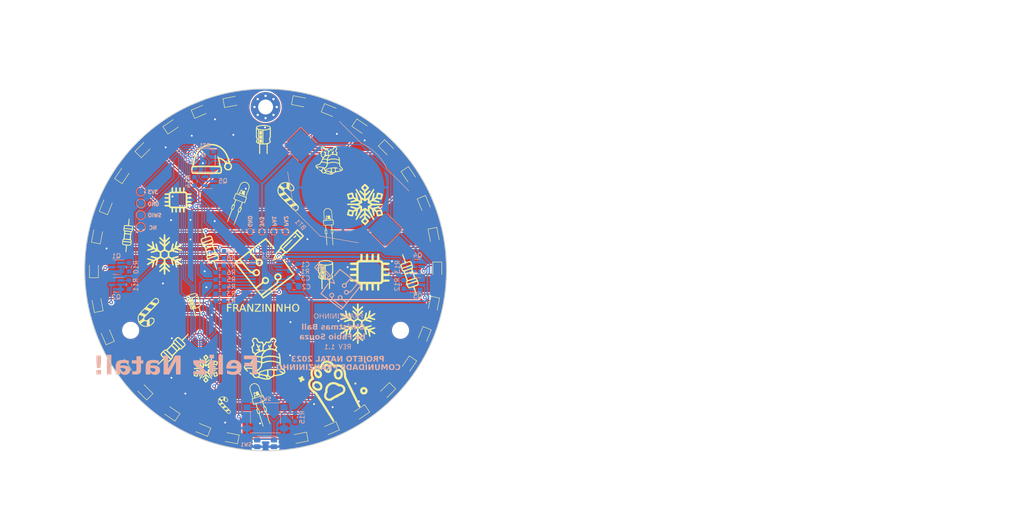
<source format=kicad_pcb>
(kicad_pcb (version 20221018) (generator pcbnew)
  (title_block (title "Christmas ball") (date "2023-11-22") (rev "1.1") (company "Franzininho") (comment 1 "Fabio Souza"))
  (layers (0 "F.Cu" signal) (31 "B.Cu" signal) (34 "B.Paste" user) (35 "F.Paste" user) (36 "B.SilkS" user "B.Silkscreen") (37 "F.SilkS" user "F.Silkscreen") (38 "B.Mask" user) (39 "F.Mask" user) (44 "Edge.Cuts" user))
  (net 0 "")
  (net 1 "+3V3")
  (net 2 "GND")
  (net 3 "Net-(U1-PC3)")
  (net 4 "Net-(U1-PC4)")
  (net 5 "Net-(U1-PC5)")
  (net 6 "Net-(U1-PC6)")
  (net 7 "Net-(U1-PC7)")
  (net 8 "Net-(U1-NRST{slash}PD7)")
  (net 9 "Net-(U1-PC0)")
  (net 10 "Net-(U1-PC1)")
  (net 11 "Net-(U1-PC2)")
  (net 12 "SWIO")
  (net 13 "L1")
  (net 14 "Net-(D1-K)")
  (net 15 "L2")
  (net 16 "L3")
  (net 17 "L4")
  (net 18 "L5")
  (net 19 "L6")
  (net 20 "L7")
  (net 21 "L8")
  (net 22 "Net-(D10-K)")
  (net 23 "Net-(D16-K)")
  (net 24 "Net-(D23-K)")
  (net 25 "Net-(Q1-B)")
  (net 26 "Net-(Q2-B)")
  (net 27 "Net-(Q3-B)")
  (net 28 "Net-(Q4-B)")
  (net 29 "C1")
  (net 30 "C2")
  (net 31 "C3")
  (net 32 "C4")
  (net 34 "Net-(Q5-B)")
  (net 35 "Net-(BZ1-+)")
  (net 36 "BZR")
  (net 37 "BT")
  (net 38 "PA1")
  (net 39 "PA2")
  (footprint "LED_SMD:LED_0805_2012Metric" (layer "F.Cu") (at 107.95 133.1754 -157)
    (fp_text reference "D17" hide)
    (fp_text value "e17-21SURC/S530-A3/TR8" hide)
  )
  (footprint "LED_SMD:LED_0805_2012Metric" (layer "F.Cu") (at 124.841 78.74 -56)
    (fp_text reference "D26" hide)
    (fp_text value "e17-21SURC/S530-A3/TR8" hide)
  )
  (footprint "MountingHole:MountingHole_3.2mm_M3" (layer "F.Cu") (at 123 112)
    (fp_text reference "FURO2" hide)
    (fp_text value "MountingHole_3.2mm_M3" hide)
  )
  (footprint "LED_SMD:LED_0805_2012Metric" (layer "F.Cu") (at 63.2968 78.5368 56)
    (fp_text reference "D5" hide)
    (fp_text value "e17-21SURC/S530-A3/TR8" hide)
  )
  (footprint "MountingHole:MountingHole_3.2mm_M3" (layer "F.Cu") (at 65 112)
    (fp_text reference "FURO1" hide)
    (fp_text value "MountingHole_3.2mm_M3" hide)
  )
  (footprint "LED_SMD:LED_0805_2012Metric" (layer "F.Cu") (at 57.0992 99.0115 90)
    (fp_text reference "D8" hide)
    (fp_text value "e17-21SURC/S530-A3/TR8" hide)
  )
  (footprint "LED_SMD:LED_0805_2012Metric" (layer "F.Cu") (at 130.9116 99.0092 -90)
    (fp_text reference "D23" hide)
    (fp_text value "e17-21SURC/S530-A3/TR8" hide)
  )
  (footprint "LED_SMD:LED_0805_2012Metric" (layer "F.Cu") (at 120.0912 125.095 -135)
    (fp_text reference "D19" hide)
    (fp_text value "NCD0805G1" hide)
  )
  (footprint "LED_SMD:LED_0805_2012Metric" (layer "F.Cu") (at 114.427 129.7178 -146)
    (fp_text reference "D18" hide)
    (fp_text value "D-B080508B1-KS2" hide)
  )
  (footprint "LED_SMD:LED_0805_2012Metric" (layer "F.Cu") (at 101.3206 135.1534 -169)
    (fp_text reference "D16" hide)
    (fp_text value "NCD0805G1" hide)
  )
  (footprint "LED_SMD:LED_0805_2012Metric" (layer "F.Cu") (at 130.1242 106.5276 -101)
    (fp_text reference "D22" hide)
    (fp_text value "NCD0805G1" hide)
  )
  (footprint "LED_SMD:LED_0805_2012Metric" (layer "F.Cu") (at 120.0912 72.898 -45)
    (fp_text reference "D27" hide)
    (fp_text value "D-B080508B1-KS2" hide)
  )
  (footprint "LED_SMD:LED_0805_2012Metric" (layer "F.Cu") (at 67.7926 73.025 45)
    (fp_text reference "D4" hide)
    (fp_text value "D-B080508B1-KS2" hide)
  )
  (footprint "LED_SMD:LED_0805_2012Metric" (layer "F.Cu") (at 114.4778 68.3006 -34)
    (fp_text reference "D28" hide)
    (fp_text value "NCD0805G1" hide)
  )
  (footprint "LED_SMD:LED_0805_2012Metric" (layer "F.Cu") (at 101.3968 62.8396 -11)
    (fp_text reference "D30" hide)
    (fp_text value "D-B080508B1-KS2" hide)
  )
  (footprint "MountingHole:MountingHole_3.2mm_M3_Pad_Via" (layer "F.Cu") (at 94 64)
    (fp_text reference "REF**" hide)
    (fp_text value "MountingHole_3.2mm_M3_Pad_Via" hide)
  )
  (footprint "LED_SMD:LED_0805_2012Metric" (layer "F.Cu") (at 59.944 113.1824 113)
    (fp_text reference "D10" hide)
    (fp_text value "D-B080508B1-KS2" hide)
  )
  (footprint "LED_SMD:LED_0805_2012Metric" (layer "F.Cu") (at 128.0922 113.1062 -112)
    (fp_text reference "D21" hide)
    (fp_text value "D-B080508B1-KS2" hide)
  )
  (footprint "LED_SMD:LED_0805_2012Metric" (layer "F.Cu") (at 86.6648 62.8396 11)
    (fp_text reference "D1" hide)
    (fp_text value "D-B080508B1-KS2" hide)
  )
  (footprint "LED_SMD:LED_0805_2012Metric" (layer "F.Cu") (at 79.9338 64.897 23)
    (fp_text reference "D2" hide)
    (fp_text value "e17-21SURC/S530-A3/TR8" hide)
  )
  (footprint "LED_SMD:LED_0805_2012Metric" (layer "F.Cu") (at 67.9196 125.0925 135)
    (fp_text reference "D12" hide)
    (fp_text value "NCD0805G1" hide)
  )
  (footprint "LED_SMD:LED_0805_2012Metric" (layer "F.Cu") (at 73.8632 68.072 34)
    (fp_text reference "D3" hide)
    (fp_text value "NCD0805G1" hide)
  )
  (footprint "LED_SMD:LED_0805_2012Metric" (layer "F.Cu") (at 63.3984 119.5832 124)
    (fp_text reference "D11" hide)
    (fp_text value "e17-21SURC/S530-A3/TR8" hide)
  )
  (footprint "LED_SMD:LED_0805_2012Metric" (layer "F.Cu") (at 57.8358 91.5924 79)
    (fp_text reference "D7" hide)
    (fp_text value "D-B080508B1-KS2" hide)
  )
  (footprint "LED_SMD:LED_0805_2012Metric" (layer "F.Cu") (at 124.7394 119.4308 -124)
    (fp_text reference "D20" hide)
    (fp_text value "e17-21SURC/S530-A3/TR8" hide)
  )
  (footprint "LED_SMD:LED_0805_2012Metric" (layer "F.Cu") (at 107.8738 64.7954 -22)
    (fp_text reference "D29" hide)
    (fp_text value "e17-21SURC/S530-A3/TR8" hide)
  )
  (footprint "LED_SMD:LED_0805_2012Metric" (layer "F.Cu") (at 57.8307 106.3244 101)
    (fp_text reference "D9" hide)
    (fp_text value "NCD0805G1" hide)
  )
  (footprint "LED_SMD:LED_0805_2012Metric" (layer "F.Cu") (at 59.7694 85.217 68)
    (fp_text reference "D6" hide)
    (fp_text value "NCD0805G1" hide)
  )
  (footprint "Library:natal-franzininho" (layer "F.Cu") (at 93.972697 99.106635)
    (fp_text reference "G***" hide)
    (fp_text value "LOGO" hide)
  )
  (footprint "LED_SMD:LED_0805_2012Metric" (layer "F.Cu") (at 73.66 129.7686 146)
    (fp_text reference "D13" hide)
    (fp_text value "D-B080508B1-KS2" hide)
  )
  (footprint "LED_SMD:LED_0805_2012Metric" (layer "F.Cu") (at 128.1176 84.9376 -67)
    (fp_text reference "D25" hide)
    (fp_text value "NCD0805G1" hide)
  )
  (footprint "LED_SMD:LED_0805_2012Metric" (layer "F.Cu") (at 86.487 135.128 169)
    (fp_text reference "D15" hide)
    (fp_text value "NCD0805G1" hide)
  )
  (footprint "LED_SMD:LED_0805_2012Metric" (layer "F.Cu") (at 130.175 91.7194 -79)
    (fp_text reference "D24" hide)
    (fp_text value "D-B080508B1-KS2" hide)
  )
  (footprint "LED_SMD:LED_0805_2012Metric" (layer "F.Cu") (at 80.3148 133.2706 158)
    (fp_text reference "D14" hide)
    (fp_text value "e17-21SURC/S530-A3/TR8" hide)
  )
  (footprint "TestPoint:TestPoint_Pad_D1.0mm" (layer "B.Cu") (at 93.218 90.805 90)
    (fp_text reference "J7" hide)
    (fp_text value "Conn_01x01_Pin" hide)
  )
  (footprint "Resistor_SMD:R_0603_1608Metric_Pad0.98x0.95mm_HandSolder" (layer "B.Cu") (at 84.154 101.092 180)
    (fp_text reference "R5")
    (fp_text value "1K" hide)
  )
  (footprint "Library:PassiveBuzzerSMD_JiangsuHuaneng_MLT-5030" (layer "B.Cu") (at 80.6675 75.439 180)
    (fp_text reference "BZ1")
    (fp_text value "MLT-5030" hide)
  )
  (footprint "Resistor_SMD:R_0603_1608Metric_Pad0.98x0.95mm_HandSolder" (layer "B.Cu") (at 84.1775 102.616 180)
    (fp_text reference "R4")
    (fp_text value "1K" hide)
  )
  (footprint "Resistor_SMD:R_0603_1608Metric_Pad0.98x0.95mm_HandSolder" (layer "B.Cu") (at 99.9925 99.213 180)
    (fp_text reference "R1")
    (fp_text value "10K" hide)
  )
  (footprint "TestPoint:TestPoint_Pad_D1.0mm" (layer "B.Cu") (at 98.298 90.805 90)
    (fp_text reference "J5" hide)
    (fp_text value "Conn_01x01_Pin" hide)
  )
  (footprint "Resistor_SMD:R_0603_1608Metric_Pad0.98x0.95mm_HandSolder" (layer "B.Cu") (at 84.1775 104.14 180)
    (fp_text reference "R3")
    (fp_text value "1K" hide)
  )
  (footprint "Resistor_SMD:R_0603_1608Metric_Pad0.98x0.95mm_HandSolder" (layer "B.Cu") (at 84.154 96.52 180)
    (fp_text reference "R8")
    (fp_text value "1K" hide)
  )
  (footprint "TestPoint:TestPoint_Pad_D1.5mm" (layer "B.Cu") (at 67.183 89.789 -135)
    (fp_text reference "J1" hide)
    (fp_text value "Conn_01x01_Pin" hide)
  )
  (footprint "TestPoint:TestPoint_Pad_D1.5mm" (layer "B.Cu") (at 67.183 87.249 180)
    (fp_text reference "J4" hide)
    (fp_text value "Conn_01x01_Pin" hide)
  )
  (footprint "Resistor_SMD:R_0603_1608Metric_Pad0.98x0.95mm_HandSolder" (layer "B.Cu") (at 84.154 94.996 180)
    (fp_text reference "R9")
    (fp_text value "1K" hide)
  )
  (footprint "Capacitor_SMD:C_0603_1608Metric_Pad1.08x0.95mm_HandSolder" (layer "B.Cu") (at 99.969 100.737)
    (fp_text reference "C3")
    (fp_text value "100nF" hide)
  )
  (footprint "Resistor_SMD:R_0603_1608Metric_Pad0.98x0.95mm_HandSolder" (layer "B.Cu") (at 123.795 98.4015 -90)
    (fp_text reference "R13")
    (fp_text value "1K")
  )
  (footprint "Resistor_SMD:R_0603_1608Metric_Pad0.98x0.95mm_HandSolder" (layer "B.Cu") (at 78.74 80.01 -90)
    (fp_text reference "R14")
    (fp_text value "1K" hide)
  )
  (footprint "Resistor_SMD:R_0603_1608Metric_Pad0.98x0.95mm_HandSolder" (layer "B.Cu") (at 123.698 102.1455 -90)
    (fp_text reference "R12")
    (fp_text value "1K")
  )
  (footprint "TestPoint:TestPoint_Pad_D1.0mm" (layer "B.Cu") (at 90.678 90.805 90)
    (fp_text reference "J8" hide)
    (fp_text value "Conn_01x01_Pin" hide)
  )
  (footprint "Package_TO_SOT_SMD:SOT-23" (layer "B.Cu") (at 61.8975 102.235 180)
    (fp_text reference "Q2")
    (fp_text value "BC817" hide)
  )
  (footprint "Package_TO_SOT_SMD:SOT-23" (layer "B.Cu") (at 126.6675 102.235)
    (fp_text reference "Q3")
    (fp_text value "BC817" hide)
  )
  (footprint "Resistor_SMD:R_0603_1608Metric_Pad0.98x0.95mm_HandSolder" (layer "B.Cu") (at 100.33 130.683 90)
    (fp_text reference "R15")
    (fp_text value "10K" hide)
  )
  (footprint "Battery:BatteryHolder_Keystone_3002_1x2032" (layer "B.Cu") (at 110.617 81.28 135)
    (fp_text reference "BT1")
    (fp_text value "BC-2001" hide)
  )
  (footprint "Package_TO_SOT_SMD:SOT-23" (layer "B.Cu") (at 61.8975 98.425 180)
    (fp_text reference "Q1")
    (fp_text value "BC817" hide)
  )
  (footprint "Package_SO:TSSOP-20_4.4x6.5mm_P0.65mm" (layer "B.Cu") (at 94 100 180)
    (fp_text reference "U1")
    (fp_text value "CH32V003F4P6" hide)
  )
  (footprint "TestPoint:TestPoint_Pad_D1.5mm" (layer "B.Cu") (at 67.183 84.709 180)
    (fp_text reference "J3" hide)
    (fp_text value "Conn_01x01_Pin" hide)
  )
  (footprint "TestPoint:TestPoint_Pad_D1.5mm" (layer "B.Cu") (at 67.183 82.169 180)
    (fp_text reference "J2" hide)
    (fp_text value "Conn_01x01_Pin" hide)
  )
  (footprint "Resistor_SMD:R_0603_1608Metric_Pad0.98x0.95mm_HandSolder" (layer "B.Cu") (at 84.1775 105.664 180)
    (fp_text reference "R2")
    (fp_text value "1K" hide)
  )
  (footprint "Capacitor_SMD:C_0805_2012Metric_Pad1.18x1.45mm_HandSolder" (layer "B.Cu") (at 100.096 102.515)
    (fp_text reference "C2")
    (fp_text value "10uF" hide)
  )
  (footprint "Package_TO_SOT_SMD:SOT-23" (layer "B.Cu") (at 81.9375 79.95)
    (fp_text reference "Q5")
    (fp_text value "MMBT3906" hide)
  )
  (footprint "Resistor_SMD:R_0603_1608Metric_Pad0.98x0.95mm_HandSolder" (layer "B.Cu") (at 84.154 99.568 180)
    (fp_text reference "R6")
    (fp_text value "1K" hide)
  )
  (footprint "Button_Switch_SMD:SW_Push_1P1T_NO_6x6mm_H9.5mm" (layer "B.Cu") (at 93.98 130.81 180)
    (fp_text reference "SW2")
    (fp_text value "SW_Push" hide)
  )
  (footprint "Resistor_SMD:R_0603_1608Metric_Pad0.98x0.95mm_HandSolder" (layer "B.Cu") (at 84.154 98.044 180)
    (fp_text reference "R7")
    (fp_text value "1K" hide)
  )
  (footprint "Library:logoFranzininho_15x15" (layer "B.Cu") (at 109.784018 103.197014 180)
    (fp_text reference "G***" hide)
    (fp_text value "LOGO" hide)
  )
  (footprint "Button_Switch_SMD:SW_SPST_EVQP7A" (layer "B.Cu") (at 94.0054 136.2964 180)
    (fp_text reference "SW1")
    (fp_text value "EVQP7A" hide)
  )
  (footprint "Resistor_SMD:R_0603_1608Metric_Pad0.98x0.95mm_HandSolder" (layer "B.Cu") (at 64.643 98.4015 90)
    (fp_text reference "R10")
    (fp_text value "1K" hide)
  )
  (footprint "Resistor_SMD:R_0603_1608Metric_Pad0.98x0.95mm_HandSolder" (layer "B.Cu") (at 64.643 102.2115 90)
    (fp_text reference "R11")
    (fp_text value "1K" hide)
  )
  (footprint "Capacitor_SMD:C_0603_1608Metric_Pad1.08x0.95mm_HandSolder" (layer "B.Cu") (at 99.9925 97.689 180)
    (fp_text reference "C1")
    (fp_text value "100nF" hide)
  )
  (footprint "Package_TO_SOT_SMD:SOT-23" (layer "B.Cu") (at 126.6675 98.298)
    (fp_text reference "Q4")
    (fp_text value "BC817" hide)
  )
  (footprint "TestPoint:TestPoint_Pad_D1.0mm" (layer "B.Cu") (at 95.758 90.805 90)
    (fp_text reference "J6" hide)
    (fp_text value "Conn_01x01_Pin" hide)
  )
  (gr_circle (center 94 99) (end 132.9 99) (stroke (width 0.2)) (fill none) (layer "Edge.Cuts"))
  (gr_text "GND" (at 90.17 89.916 -90) (layer "B.SilkS") (effects (font (size 0.8 0.8) (thickness 0.2) bold) (justify left bottom mirror)))
  (gr_text "PROJETO NATAL 2023" (at 109.4994 118.9228) (layer "B.SilkS") (effects (font (size 1.2 1.2) (thickness 0.25) bold) (justify bottom mirror)))
  (gr_text "3V3" (at 71.0438 82.7532) (layer "B.SilkS") (effects (font (size 0.8 0.8) (thickness 0.2) bold) (justify left bottom mirror)))
  (gr_text "by Fábio Souza" (at 115.4938 114.1476) (layer "B.SilkS") (effects (font (size 1.2 1.2) (thickness 0.2) bold) (justify left bottom mirror)))
  (gr_text "PA1" (at 95.377 89.789 -90) (layer "B.SilkS") (effects (font (size 0.8 0.8) (thickness 0.2) bold) (justify left bottom mirror)))
  (gr_text "3V3" (at 92.71 89.916 -90) (layer "B.SilkS") (effects (font (size 0.8 0.8) (thickness 0.2) bold) (justify left bottom mirror)))
  (gr_text "PA2" (at 97.917 89.789 -90) (layer "B.SilkS") (effects (font (size 0.8 0.8) (thickness 0.2) bold) (justify left bottom mirror)))
  (gr_text "NC" (at 70.739 90.424) (layer "B.SilkS") (effects (font (size 0.8 0.8) (thickness 0.2) bold) (justify left bottom mirror)))
  (gr_text "Christmas Ball" (at 115.3668 112.0394) (layer "B.SilkS") (effects (font (size 1.2 1.2) (thickness 0.2) bold) (justify left bottom mirror)))
  (gr_text "SWIO" (at 71.755 87.757) (layer "B.SilkS") (effects (font (size 0.8 0.8) (thickness 0.2) bold) (justify left bottom mirror)))
  (gr_text "COMUNIDADE FRANZININHO" (at 109.6518 120.7262) (layer "B.SilkS") (effects (font (size 1.2 1.2) (thickness 0.25) bold) (justify bottom mirror)))
  (gr_text "Feliz Natal!" (at 92.6846 122.174) (layer "B.SilkS") (effects (font (size 4 4) (thickness 0.25) bold) (justify left bottom mirror)))
  (gr_text "GND" (at 71.247 85.344) (layer "B.SilkS") (effects (font (size 0.8 0.8) (thickness 0.2) bold) (justify left bottom mirror)))
  (gr_text "REV 1.1" (at 112.5474 116.1288) (layer "B.SilkS") (effects (font (size 1 1)) (justify left bottom mirror)))
  (segment (start 120.9122 89.0868) (end 120.9122 78.5142) (width 0.25) (layer "B.Cu") (net 1))
  (segment (start 76.3771 72.4222) (end 78.7914 72.4222) (width 0.25) (layer "B.Cu") (net 1))
  (segment (start 100.8407 100.7278) (end 100.8315 100.737) (width 0.25) (layer "B.Cu") (net 1))
  (segment (start 120.9122 78.5142) (end 114.4154 72.0174) (width 0.25) (layer "B.Cu") (net 1))
  (segment (start 81.8108 75.4416) (end 81.8108 76.3121) (width 0.25) (layer "B.Cu") (net 1))
  (segment (start 100.905 99.213) (end 100.905 100.664) (width 0.254) (layer "B.Cu") (net 1))
  (segment (start 128.9925 104.597864) (end 128.778 104.383364) (width 0.381) (layer "B.Cu") (net 1))
  (segment (start 128.778 100.163528) (end 129.203 99.738527) (width 0.381) (layer "B.Cu") (net 1))
  (segment (start 99.334 102.515) (end 99.0585 102.515) (width 0.25) (layer "B.Cu") (net 1))
  (segment (start 128.529436 105.7158) (end 128.9925 105.252736) (width 0.381) (layer "B.Cu") (net 1))
  (segment (start 128.778 104.383364) (end 128.778 100.163528) (width 0.381) (layer "B.Cu") (net 1))
  (segment (start 82.5579 75.565) (end 88.206 75.565) (width 0.25) (layer "B.Cu") (net 1))
  (segment (start 81 77.1229) (end 81.8108 76.3121) (width 0.25) (layer "B.Cu") (net 1))
  (segment (start 104.0251 126.0754) (end 104.0251 105.6522) (width 0.25) (layer "B.Cu") (net 1))
  (segment (start 104.0251 105.6522) (end 102.88195 104.50905) (width 0.381) (layer "B.Cu") (net 1))
  (segment (start 67.183 82.169) (end 67.183 81.6163) (width 0.25) (layer "B.Cu") (net 1))
  (segment (start 104.0251 105.6522) (end 104.0887 105.7158) (width 0.381) (layer "B.Cu") (net 1))
  (segment (start 129.203 99.738527) (end 129.203 97.3776) (width 0.381) (layer "B.Cu") (net 1))
  (segment (start 100.905 100.664) (end 100.8503 100.7187) (width 0.254) (layer "B.Cu") (net 1))
  (segment (start 99.334 102.388) (end 99.334 102.515) (width 0.25) (layer "B.Cu") (net 1))
  (segment (start 100.8412 100.7278) (end 100.832 100.737) (width 0.254) (layer "B.Cu") (net 1))
  (segment (start 100.8503 100.7187) (end 100.8412 100.7278) (width 0.254) (layer "B.Cu") (net 1))
  (segment (start 102.1319 103.759) (end 99.187 103.759) (width 0.381) (layer "B.Cu") (net 1))
  (segment (start 100.8315 100.737) (end 102.007 100.737) (width 0.25) (layer "B.Cu") (net 1))
  (segment (start 114.4154 72.0174) (end 105.4231 72.0174) (width 0.25) (layer "B.Cu") (net 1))
  (segment (start 129.203 97.3776) (end 120.9122 89.0868) (width 0.381) (layer "B.Cu") (net 1))
  (segment (start 101.566 72.229) (end 93.218 80.577) (width 0.508) (layer "B.Cu") (net 1))
  (segment (start 102.235 103.8621) (end 102.88195 104.50905) (width 0.25) (layer "B.Cu") (net 1))
  (segment (start 67.183 81.6163) (end 76.3771 72.4222) (width 0.25) (layer "B.Cu") (net 1))
  (segment (start 102.235 100.965) (end 102.235 103.8621) (width 0.25) (layer "B.Cu") (net 1))
  (segment (start 93.218 80.577) (end 93.218 90.805) (width 0.508) (layer "B.Cu") (net 1))
  (segment (start 99.3605 102.362) (end 99.334 102.388) (width 0.254) (layer "B.Cu") (net 1))
  (segment (start 99.3599 102.5409) (end 99.334 102.515) (width 0.25) (layer "B.Cu") (net 1))
  (segment (start 99.187 103.759) (end 99.0585 103.6305) (width 0.381) (layer "B.Cu") (net 1))
  (segment (start 101.566 72.229) (end 103.6004 70.1946) (width 0.25) (layer "B.Cu") (net 1))
  (segment (start 100.905 99.213) (end 100.63 99.213) (width 0.254) (layer "B.Cu") (net 1))
  (segment (start 100.8412 100.7278) (end 100.8407 100.7278) (width 0.25) (layer "B.Cu") (net 1))
  (segment (start 81 79) (end 81 77.1229) (width 0.25) (layer "B.Cu") (net 1))
  (segment (start 104.0887 105.7158) (end 128.529436 105.7158) (width 0.381) (layer "B.Cu") (net 1))
  (segment (start 99.4869 102.5409) (end 99.3599 102.5409) (width 0.25) (layer "B.Cu") (net 1))
  (segment (start 88.206 75.565) (end 93.218 80.577) (width 0.25) (layer "B.Cu") (net 1))
  (segment (start 99.3605 102.261) (end 99.3605 102.362) (width 0.254) (layer "B.Cu") (net 1))
  (segment (start 99.0585 103.6305) (end 99.0585 102.515) (width 0.381) (layer "B.Cu") (net 1))
  (segment (start 105.4231 72.0174) (end 103.6004 70.1946) (width 0.25) (layer "B.Cu") (net 1))
  (segment (start 102.88195 104.50905) (end 102.1319 103.759) (width 0.381) (layer "B.Cu") (net 1))
  (segment (start 128.9925 105.252736) (end 128.9925 104.597864) (width 0.381) (layer "B.Cu") (net 1))
  (segment (start 100.33 129.7705) (end 104.0251 126.0754) (width 0.25) (layer "B.Cu") (net 1))
  (segment (start 100.989 100.7187) (end 100.8503 100.7187) (width 0.25) (layer "B.Cu") (net 1))
  (segment (start 99.0585 102.515) (end 98.8185 102.275) (width 0.254) (layer "B.Cu") (net 1))
  (segment (start 78.7914 72.4222) (end 81.8108 75.4416) (width 0.25) (layer "B.Cu") (net 1))
  (segment (start 81.8108 76.3121) (end 82.5579 75.565) (width 0.25) (layer "B.Cu") (net 1))
  (segment (start 102.007 100.737) (end 102.235 100.965) (width 0.25) (layer "B.Cu") (net 1))
  (segment (start 98.8185 102.275) (end 96.8625 102.275) (width 0.254) (layer "B.Cu") (net 1))
  (segment (start 119.668 90.331) (end 120.9122 89.0868) (width 0.25) (layer "B.Cu") (net 1))
  (via (at 77.851 88.265) (size 0.8) (drill 0.4) (layers "F.Cu" "B.Cu") (net 2))
  (via (at 81.28 102.743) (size 0.8) (drill 0.4) (layers "F.Cu" "B.Cu") (net 2))
  (via (at 76.7588 125.603) (size 0.8) (drill 0.4) (layers "F.Cu" "B.Cu") (net 2))
  (via (at 102.997 92.4052) (size 0.8) (drill 0.4) (layers "F.Cu" "B.Cu") (net 2))
  (via (at 99.2632 117.3734) (size 0.8) (drill 0.4) (layers "F.Cu" "B.Cu") (net 2))
  (via (at 85.3186 131.826) (size 0.8) (drill 0.4) (layers "F.Cu" "B.Cu") (net 2))
  (via (at 114.046 127.254) (size 0.8) (drill 0.4) (layers "F.Cu" "B.Cu") (net 2))
  (via (at 73.6854 88.3158) (size 0.8) (drill 0.4) (layers "F.Cu" "B.Cu") (net 2))
  (via (at 77.724 83.439) (size 0.8) (drill 0.4) (layers "F.Cu" "B.Cu") (net 2))
  (via (at 115.2906 71.1708) (size 0.8) (drill 0.4) (layers "F.Cu" "B.Cu") (net 2))
  (via (at 78.1304 70.1802) (size 0.8) (drill 0.4) (layers "F.Cu" "B.Cu") (net 2))
  (via (at 71.9328 101.9302) (size 0.8) (drill 0.4) (layers "F.Cu" "B.Cu") (net 2))
  (via (at 89.7382 81.5594) (size 0.8) (drill 0.4) (layers "F.Cu" "B.Cu") (net 2))
  (via (at 92.8116 132.0038) (size 0.8) (drill 0.4) (layers "F.Cu" "B.Cu") (net 2))
  (via (at 73.8378 113.7158) (size 0.8) (drill 0.4) (layers "F.Cu" "B.Cu") (net 2))
  (via (at 109.3216 69.7738) (size 0.8) (drill 0.4) (layers "F.Cu" "B.Cu") (net 2))
  (via (at 99.3394 110.236) (size 0.8) (drill 0.4) (layers "F.Cu" "B.Cu") (net 2))
  (via (at 80.899 99.314) (size 0.8) (drill 0.4) (layers "F.Cu" "B.Cu") (net 2))
  (via (at 73.9902 83.2358) (size 0.8) (drill 0.4) (layers "F.Cu" "B.Cu") (net 2))
  (via (at 108.4072 128.4986) (size 0.8) (drill 0.4) (layers "F.Cu" "B.Cu") (net 2))
  (via (at 77.851 92.456) (size 0.8) (drill 0.4) (layers "F.Cu" "B.Cu") (net 2))
  (via (at 111.633 98.425) (size 0.8) (drill 0.4) (layers "F.Cu" "B.Cu") (net 2))
  (via (at 109.6518 109.982) (size 0.8) (drill 0.4) (layers "F.Cu" "B.Cu") (net 2))
  (via (at 83.1342 66.6496) (size 0.8) (drill 0.4) (layers "F.Cu" "B.Cu") (net 2))
  (via (at 73.7616 122.1994) (size 0.8) (drill 0.4) (layers "F.Cu" "B.Cu") (net 2))
  (via (at 72.517 72.6694) (size 0.8) (drill 0.4) (layers "F.Cu" "B.Cu") (net 2))
  (via (at 87.0712 69.977) (size 0.8) (drill 0.4) (layers "F.Cu" "B.Cu") (net 2))
  (via (at 59.817 94.4118) (size 0.8) (drill 0.4) (layers "F.Cu" "B.Cu") (net 2))
  (via (at 80.518 76.073) (size 0.8) (drill 0.4) (layers "F.Cu" "B.Cu") (net 2))
  (via (at 93.8784 68.3768) (size 0.8) (drill 0.4) (layers "F.Cu" "B.Cu") (net 2))
  (via (at 82.423 108.712) (size 0.8) (drill 0.4) (layers "F.Cu" "B.Cu") (net 2))
  (via (at 121.158 97.155) (size 0.8) (drill 0.4) (layers "F.Cu" "B.Cu") (net 2))
  (via (at 83.058 88.519) (size 0.8) (drill 0.4) (layers "F.Cu" "B.Cu") (net 2))
  (segment (start 90.005 135.5472) (end 90.005 133.06) (width 0.25) (layer "B.Cu") (net 2))
  (segment (start 62.835 106.2015) (end 62.835 103.185) (width 0.25) (layer "B.Cu") (net 2))
  (segment (start 62.835 99.375) (end 62.3217 99.375) (width 0.25) (layer "B.Cu") (net 2))
  (segment (start 87.9445 131.311) (end 62.835 106.2015) (width 0.25) (layer "B.Cu") (net 2))
  (segment (start 93.9694 94.0964) (end 93.9694 98.8142) (width 0.25) (layer "B.Cu") (net 2))
  (segment (start 99.1065 100.737) (end 100.884 102.515) (width 0.254) (layer "B.Cu") (net 2))
  (segment (start 91.3218 136.864) (end 90.005 135.5472) (width 0.25) (layer "B.Cu") (net 2))
  (segment (start 82.6175 77.089) (end 82.6175 77.8659) (width 0.25) (layer "B.Cu") (net 2))
  (segment (start 128.6875 99.525) (end 128.6875 97.9161) (width 0.25) (layer "B.Cu") (net 2))
  (segment (start 110.617 85.3486) (end 110.617 81.28) (width 0.25) (layer "B.Cu") (net 2))
  (segment (start 110.617 85.3486) (end 99.3193 85.3486) (width 0.25) (layer "B.Cu") (net 2))
  (segment (start 63.8085 98.4015) (end 62.835 99.375) (width 0.25) (layer "B.Cu") (net 2))
  (segment (start 94.3833 91.7987) (end 93.4925 92.6895) (width 0.25) (layer "B.Cu") (net 2))
  (segment (start 99.3193 85.3486) (end 94.3833 90.2846) (width 0.25) (layer "B.Cu") (net 2))
  (segment (start 88.9622 130.0848) (end 88.9622 130.9104) (width 0.25) (layer "B.Cu") (net 2))
  (segment (start 92.5625 92.6895) (end 90.678 90.805) (width 0.25) (layer "B.Cu") (net 2))
  (segment (start 65.026 98.4015) (end 63.8085 98.4015) (width 0.25) (layer "B.Cu") (net 2))
  (segment (start 99.903 99.9405) (end 99.1065 100.737) (width 0.25) (layer "B.Cu") (net 2))
  (segment (start 65.4458 86.4462) (end 65.4458 97.9817) (width 0.25) (layer "B.Cu") (net 2))
  (segment (start 121.1554 95.887) (end 110.617 85.3486) (width 0.25) (layer "B.Cu") (net 2))
  (segment (start 62.2909 106.7456) (end 62.835 106.2015) (width 0.25) (layer "B.Cu") (net 2))
  (segment (start 88.8973 130.9753) (end 88.5616 131.311) (width 0.25) (layer "B.Cu") (net 2))
  (segment (start 90.678 85.9264) (end 90.678 90.805) (width 0.25) (layer "B.Cu") (net 2))
  (segment (start 59.845 101.8517) (end 59.845 106.1037) (width 0.25) (layer "B.Cu") (net 2))
  (segment (start 97.955 135.725) (end 96.816 136.864) (width 0.25) (layer "B.Cu") (net 2))
  (segment (start 100.884 102.515) (end 101.1335 102.515) (width 0.254) (layer "B.Cu") (net 2))
  (segment (start 92.5625 92.6895) (end 93.9694 94.0964) (width 0.25) (layer "B.Cu") (net 2))
  (segment (start 60.4869 106.7456) (end 62.2909 106.7456) (width 0.25) (layer "B.Cu") (net 2))
  (segment (start 88.9622 130.9104) (end 88.8973 130.9753) (width 0.25) (layer "B.Cu") (net 2))
  (segment (start 101.1335 102.515) (end 101.134 102.515) (width 0.254) (layer "B.Cu") (net 2))
  (segment (start 82.6175 77.8659) (end 90.678 85.9264) (width 0.25) (layer "B.Cu") (net 2))
  (segment (start 124.269 95.887) (end 121.1554 95.887) (width 0.25) (layer "B.Cu") (net 2))
  (segment (start 94.3833 90.2846) (end 94.3833 91.7987) (width 0.25) (layer "B.Cu") (net 2))
  (segment (start 125.73 101.285) (end 126.9275 101.285) (width 0.25) (layer "B.Cu") (net 2))
  (segment (start 93.9694 98.8142) (end 96.1302 100.975) (width 0.25) (layer "B.Cu") (net 2))
  (segment (start 90.005 132.0831) (end 88.8973 130.9753) (width 0.25) (layer "B.Cu") (net 2))
  (segment (start 88.5616 131.311) (end 87.9445 131.311) (width 0.25) (layer "B.Cu") (net 2))
  (segment (start 62.3217 99.375) (end 59.845 101.8517) (width 0.25) (layer "B.Cu") (net 2))
  (segment (start 88.9031 130.0257) (end 88.9622 130.0848) (width 0.25) (layer "B.Cu") (net 2))
  (segment (start 67.183 84.709) (end 65.4458 86.4462) (width 0.25) (layer "B.Cu") (net 2))
  (segment (start 90.005 133.06) (end 90.005 132.0831) (width 0.25) (layer "B.Cu") (net 2))
  (segment (start 126.9275 101.285) (end 128.6875 99.525) (width 0.25) (layer "B.Cu") (net 2))
  (segment (start 128.1194 97.348) (end 125.73 97.348) (width 0.25) (layer "B.Cu") (net 2))
  (segment (start 96.1302 100.975) (end 88.9031 108.2021) (width 0.25) (layer "B.Cu") (net 2))
  (segment (start 99.903 98.641) (end 99.903 99.9405) (width 0.25) (layer "B.Cu") (net 2))
  (segment (start 100.855 97.689) (end 99.903 98.641) (width 0.25) (layer "B.Cu") (net 2))
  (segment (start 88.9031 108.2021) (end 88.9031 130.0257) (width 0.25) (layer "B.Cu") (net 2))
  (segment (start 125.73 97.348) (end 124.269 95.887) (width 0.25) (layer "B.Cu") (net 2))
  (segment (start 93.4925 92.6895) (end 92.5625 92.6895) (width 0.25) (layer "B.Cu") (net 2))
  (segment (start 96.816 136.864) (end 91.3218 136.864) (width 0.25) (layer "B.Cu") (net 2))
  (segment (start 96.8625 100.975) (end 96.1302 100.975) (width 0.25) (layer "B.Cu") (net 2))
  (segment (start 96.8625 100.975) (end 98.8685 100.975) (width 0.254) (layer "B.Cu") (net 2))
  (segment (start 128.6875 97.9161) (end 128.1194 97.348) (width 0.25) (layer "B.Cu") (net 2))
  (segment (start 65.4458 97.9817) (end 65.026 98.4015) (width 0.25) (layer "B.Cu") (net 2))
  (segment (start 59.845 106.1037) (end 60.4869 106.7456) (width 0.25) (layer "B.Cu") (net 2))
  (segment (start 97.955 133.06) (end 97.955 135.725) (width 0.25) (layer "B.Cu") (net 2))
  (segment (start 98.8685 100.975) (end 99.1065 100.737) (width 0.254) (layer "B.Cu") (net 2))
  (segment (start 85.0795 101.079) (end 85.0665 101.092) (width 0.254) (layer "B.Cu") (net 3))
  (segment (start 85.6477 101.625) (end 91.1375 101.625) (width 0.25) (layer "B.Cu") (net 3))
  (segment (start 85.0952 101.0725) (end 85.0795 101.079) (width 0.254) (layer "B.Cu") (net 3))
  (segment (start 85.1109 101.066) (end 85.0952 101.0725) (width 0.254) (layer "B.Cu") (net 3))
  (segment (start 85.0952 101.0725) (end 85.6477 101.625) (width 0.25) (layer "B.Cu") (net 3))
  (segment (start 86.4735 100.975) (end 85.0665 99.568) (width 0.25) (layer "B.Cu") (net 4))
  (segment (start 91.1375 100.975) (end 86.4735 100.975) (width 0.25) (layer "B.Cu") (net 4))
  (segment (start 91.1375 100.325) (end 87.3475 100.325) (width 0.25) (layer "B.Cu") (net 5))
  (segment (start 87.3475 100.325) (end 85.0665 98.044) (width 0.25) (layer "B.Cu") (net 5))
  (segment (start 91.1375 99.675) (end 88.2215 99.675) (width 0.25) (layer "B.Cu") (net 6))
  (segment (start 88.2215 99.675) (end 85.0665 96.52) (width 0.25) (layer "B.Cu") (net 6))
  (segment (start 89.0955 99.025) (end 85.0665 94.996) (width 0.25) (layer "B.Cu") (net 7))
  (segment (start 91.1375 99.025) (end 89.0955 99.025) (width 0.25) (layer "B.Cu") (net 7))
  (segment (start 99.08 99.213) (end 99.08 97.739) (width 0.254) (layer "B.Cu") (net 8))
  (segment (start 99.08 97.739) (end 99.13 97.689) (width 0.254) (layer "B.Cu") (net 8))
  (segment (start 99.044 97.603) (end 99.13 97.689) (width 0.254) (layer "B.Cu") (net 8))
  (segment (start 99.08 99.213) (end 98.892 99.025) (width 0.254) (layer "B.Cu") (net 8))
  (segment (start 98.892 99.025) (end 96.8625 99.025) (width 0.254) (layer "B.Cu") (net 8))
  (segment (start 96.8856 103.7626) (end 88.1517 103.7626) (width 0.25) (layer "F.Cu") (net 9))
  (via (at 88.1517 103.7626) (size 0.8) (drill 0.4) (layers "F.Cu" "B.Cu") (net 9))
  (via (at 96.8856 103.7626) (size 0.8) (drill 0.4) (layers "F.Cu" "B.Cu") (net 9))
  (segment (start 85.09 105.664) (end 86.2503 105.664) (width 0.25) (layer "B.Cu") (net 9))
  (segment (start 96.8625 102.925) (end 96.8856 102.9481) (width 0.25) (layer "B.Cu") (net 9))
  (segment (start 86.2503 105.664) (end 88.1517 103.7626) (width 0.25) (layer "B.Cu") (net 9))
  (segment (start 96.8856 102.9481) (end 96.8856 103.7626) (width 0.25) (layer "B.Cu") (net 9))
  (segment (start 86.305 102.925) (end 85.09 104.14) (width 0.25) (layer "B.Cu") (net 10))
  (segment (start 91.1375 102.925) (end 86.305 102.925) (width 0.25) (layer "B.Cu") (net 10))
  (segment (start 91.1375 102.275) (end 85.431 102.275) (width 0.25) (layer "B.Cu") (net 11))
  (segment (start 85.431 102.275) (end 85.09 102.616) (width 0.25) (layer "B.Cu") (net 11))
  (segment (start 78.3976 73.3725) (end 79.0098 73.9847) (width 0.25) (layer "B.Cu") (net 12))
  (segment (start 78.6136 75.8429) (end 77.7033 75.8429) (width 0.25) (layer "B.Cu") (net 12))
  (segment (start 77.2415 76.3047) (end 77.2415 81.7393) (width 0.25) (layer "B.Cu") (net 12))
  (segment (start 79.0098 75.4467) (end 78.6136 75.8429) (width 0.25) (layer "B.Cu") (net 12))
  (segment (start 90.4309 98.375) (end 91.1375 98.375) (width 0.25) (layer "B.Cu") (net 12))
  (segment (start 77.2415 81.7393) (end 80.8379 85.3357) (width 0.25) (layer "B.Cu") (net 12))
  (segment (start 80.8379 88.782) (end 90.4309 98.375) (width 0.25) (layer "B.Cu") (net 12))
  (segment (start 67.183 87.249) (end 75.3166 79.1154) (width 0.25) (layer "B.Cu") (net 12))
  (segment (start 75.3166 74.8929) (end 76.837 73.3725) (width 0.25) (layer "B.Cu") (net 12))
  (segment (start 79.0098 73.9847) (end 79.0098 75.4467) (width 0.25) (layer "B.Cu") (net 12))
  (segment (start 76.837 73.3725) (end 78.3976 73.3725) (width 0.25) (layer "B.Cu") (net 12))
  (segment (start 80.8379 85.3357) (end 80.8379 88.782) (width 0.25) (layer "B.Cu") (net 12))
  (segment (start 75.3166 79.1154) (end 75.3166 74.8929) (width 0.25) (layer "B.Cu") (net 12))
  (segment (start 77.7033 75.8429) (end 77.2415 76.3047) (width 0.25) (layer "B.Cu") (net 12))
  (segment (start 96.012 69.723) (end 98.679 67.056) (width 0.25) (layer "F.Cu") (net 13))
  (segment (start 131.3693 106.1415) (end 131.3693 105.1927) (width 0.25) (layer "F.Cu") (net 13))
  (segment (start 98.679 67.056) (end 98.679 62.3139) (width 0.25) (layer "F.Cu") (net 13))
  (segment (start 129.9413 107.4471) (end 130.0637 107.4471) (width 0.25) (layer "F.Cu") (net 13))
  (segment (start 98.679 62.3139) (end 99.441 61.5519) (width 0.25) (layer "F.Cu") (net 13))
  (segment (start 87.585075 62.660717) (end 87.585075 66.757075) (width 0.25) (layer "F.Cu") (net 13))
  (segment (start 100.9501 61.5519) (end 99.441 61.5519) (width 0.25) (layer "F.Cu") (net 13))
  (segment (start 90.551 69.723) (end 96.012 69.723) (width 0.25) (layer "F.Cu") (net 13))
  (segment (start 57.8617 105.191) (end 57.6478 105.4049) (width 0.25) (layer "F.Cu") (net 13))
  (segment (start 77.263 105.191) (end 57.8617 105.191) (width 0.25) (layer "F.Cu") (net 13))
  (segment (start 78.111 74.1141) (end 87.585075 64.640025) (width 0.25) (layer "F.Cu") (net 13))
  (segment (start 102.3163 62.9181) (end 100.9501 61.5519) (width 0.25) (layer "F.Cu") (net 13))
  (segment (start 127.8883 104.1918) (end 126.8891 105.191) (width 0.25) (layer "F.Cu") (net 13))
  (segment (start 87.585075 64.640025) (end 87.585075 62.660717) (width 0.25) (layer "F.Cu") (net 13))
  (segment (start 130.0637 107.4471) (end 131.3693 106.1415) (width 0.25) (layer "F.Cu") (net 13))
  (segment (start 87.585075 66.757075) (end 90.551 69.723) (width 0.25) (layer "F.Cu") (net 13))
  (segment (start 130.3684 104.1918) (end 127.8883 104.1918) (width 0.25) (layer "F.Cu") (net 13))
  (segment (start 102.3163 63.0225) (end 102.3163 62.9181) (width 0.25) (layer "F.Cu") (net 13))
  (segment (start 126.8891 105.191) (end 77.263 105.191) (width 0.25) (layer "F.Cu") (net 13))
  (segment (start 131.3693 105.1927) (end 130.3684 104.1918) (width 0.25) (layer "F.Cu") (net 13))
  (via (at 77.263 105.191) (size 0.8) (drill 0.4) (layers "F.Cu" "B.Cu") (net 13))
  (via (at 78.111 74.1141) (size 0.8) (drill 0.4) (layers "F.Cu" "B.Cu") (net 13))
  (segment (start 83.265 105.664) (end 83.265 112.3446) (width 0.25) (layer "B.Cu") (net 13))
  (segment (start 76.806 74.0448) (end 78.0417 74.0448) (width 0.25) (layer "B.Cu") (net 13))
  (segment (start 79.1922 115.1542) (end 77.263 113.225) (width 0.25) (layer "B.Cu") (net 13))
  (segment (start 77.263 113.225) (end 77.263 105.191) (width 0.25) (layer "B.Cu") (net 13))
  (segment (start 75.8831 74.9677) (end 76.806 74.0448) (width 0.25) (layer "B.Cu") (net 13))
  (segment (start 83.265 112.3446) (end 80.4554 115.1542) (width 0.25) (layer "B.Cu") (net 13))
  (segment (start 75.8831 103.8111) (end 75.8831 74.9677) (width 0.25) (layer "B.Cu") (net 13))
  (segment (start 77.263 105.191) (end 75.8831 103.8111) (width 0.25) (layer "B.Cu") (net 13))
  (segment (start 80.4554 115.1542) (end 79.1922 115.1542) (width 0.25) (layer "B.Cu") (net 13))
  (segment (start 78.0417 74.0448) (end 78.111 74.1141) (width 0.25) (layer "B.Cu") (net 13))
  (segment (start 62.7186 79.2589) (end 62.776 79.3163) (width 0.25) (layer "F.Cu") (net 14))
  (segment (start 67.1297 72.1632) (end 67.1297 73.6879) (width 0.25) (layer "F.Cu") (net 14))
  (segment (start 80.7713 63.0225) (end 79.0677 64.7261) (width 0.25) (layer "F.Cu") (net 14))
  (segment (start 56.036 98.8858) (end 56.036 94.1288) (width 0.25) (layer "F.Cu") (net 14))
  (segment (start 74.5449 66.0247) (end 73.0837 67.4859) (width 0.25) (layer "F.Cu") (net 14))
  (segment (start 59.0261 83.0662) (end 59.0261 85.6986) (width 0.25) (layer "F.Cu") (net 14))
  (segment (start 79.0677 64.7261) (end 79.0677 65.2558) (width 0.25) (layer "F.Cu") (net 14))
  (segment (start 78.2988 66.0247) (end 74.5449 66.0247) (width 0.25) (layer "F.Cu") (net 14))
  (segment (start 73.0837 68.5928) (end 70.7001 68.5928) (width 0.25) (layer "F.Cu") (net 14))
  (segment (start 62.776 79.3163) (end 59.0261 83.0662) (width 0.25) (layer "F.Cu") (net 14))
  (segment (start 59.4106 86.0831) (end 56.9464 88.5473) (width 0.25) (layer "F.Cu") (net 14))
  (segment (start 57.0992 99.949) (end 56.036 98.8858) (width 0.25) (layer "F.Cu") (net 14))
  (segment (start 62.7186 77.3531) (end 62.7186 79.2589) (width 0.25) (layer "F.Cu") (net 14))
  (segment (start 56.9464 91.8054) (end 57.6529 92.5119) (width 0.25) (layer "F.Cu") (net 14))
  (segment (start 56.9464 88.5473) (end 56.9464 91.8054) (width 0.25) (layer "F.Cu") (net 14))
  (segment (start 59.0261 85.6986) (end 59.4106 86.0831) (width 0.25) (layer "F.Cu") (net 14))
  (segment (start 67.1297 73.6879) (end 66.3838 73.6879) (width 0.25) (layer "F.Cu") (net 14))
  (segment (start 59.5622 98.6063) (end 58.2195 99.949) (width 0.25) (layer "F.Cu") (net 14))
  (segment (start 58.2195 99.949) (end 57.0992 99.949) (width 0.25) (layer "F.Cu") (net 14))
  (segment (start 70.7001 68.5928) (end 67.1297 72.1632) (width 0.25) (layer "F.Cu") (net 14))
  (segment (start 56.036 94.1288) (end 57.6529 92.5119) (width 0.25) (layer "F.Cu") (net 14))
  (segment (start 85.7453 63.0225) (end 80.7713 63.0225) (width 0.25) (layer "F.Cu") (net 14))
  (segment (start 73.0837 67.4859) (end 73.0837 68.5928) (width 0.25) (layer "F.Cu") (net 14))
  (segment (start 79.0677 65.2558) (end 78.2988 66.0247) (width 0.25) (layer "F.Cu") (net 14))
  (segment (start 66.3838 73.6879) (end 62.7186 77.3531) (width 0.25) (layer "F.Cu") (net 14))
  (via (at 59.5622 98.6063) (size 0.8) (drill 0.4) (layers "F.Cu" "B.Cu") (net 14))
  (segment (start 59.7435 98.425) (end 59.5622 98.6063) (width 0.25) (layer "B.Cu") (net 14))
  (segment (start 60.96 98.425) (end 59.7435 98.425) (width 0.25) (layer "B.Cu") (net 14))
  (segment (start 127.5238 114.1819) (end 127.7334 113.9723) (width 0.25) (layer "F.Cu") (net 15))
  (segment (start 119.0498 116.1796) (end 117.0521 114.1819) (width 0.25) (layer "F.Cu") (net 15))
  (segment (start 117.0521 114.1819) (end 116.1796 114.1819) (width 0.25) (layer "F.Cu") (net 15))
  (segment (start 78.2638 74.841) (end 78.4415 74.841) (width 0.25) (layer "F.Cu") (net 15))
  (segment (start 77.3841 73.8131) (end 77.3841 74.4151) (width 0.25) (layer "F.Cu") (net 15))
  (segment (start 102.0883 71.8058) (end 108.7399 65.1542) (width 0.25) (layer "F.Cu") (net 15))
  (segment (start 126.867365 113.975435) (end 124.6632 116.1796) (width 0.25) (layer "F.Cu") (net 15))
  (segment (start 80.7999 70.3973) (end 77.3841 73.8131) (width 0.25) (layer "F.Cu") (net 15))
  (segment (start 80.7999 64.5382) (end 80.7999 70.3973) (width 0.25) (layer "F.Cu") (net 15))
  (segment (start 127.741006 113.975435) (end 126.867365 113.975435) (width 0.25) (layer "F.Cu") (net 15))
  (segment (start 81.3566 106.1074) (end 89.4311 114.1819) (width 0.25) (layer "F.Cu") (net 15))
  (segment (start 59.57769 112.319427) (end 59.57769 110.44991) (width 0.25) (layer "F.Cu") (net 15))
  (segment (start 81.4767 71.8058) (end 102.0883 71.8058) (width 0.25) (layer "F.Cu") (net 15))
  (segment (start 81.3428 106.1212) (end 81.3566 106.1074) (width 0.25) (layer "F.Cu") (net 15))
  (segment (start 89.4311 114.1819) (end 116.1796 114.1819) (width 0.25) (layer "F.Cu") (net 15))
  (segment (start 124.6632 116.1796) (end 119.0498 116.1796) (width 0.25) (layer "F.Cu") (net 15))
  (segment (start 59.57769 110.44991) (end 63.9064 106.1212) (width 0.25) (layer "F.Cu") (net 15))
  (segment (start 78.4415 74.841) (end 81.4767 71.8058) (width 0.25) (layer "F.Cu") (net 15))
  (segment (start 78.2638 74.841) (end 78.2638 75.116) (width 0.25) (layer "F.Cu") (net 15))
  (segment (start 63.9064 106.1212) (end 81.3428 106.1212) (width 0.25) (layer "F.Cu") (net 15))
  (segment (start 77.81 74.841) (end 78.2638 74.841) (width 0.25) (layer "F.Cu") (net 15))
  (segment (start 77.3841 74.4151) (end 77.81 74.841) (width 0.25) (layer "F.Cu") (net 15))
  (via (at 78.2638 75.116) (size 0.8) (drill 0.4) (layers "F.Cu" "B.Cu") (net 15))
  (via (at 81.3566 106.1074) (size 0.8) (drill 0.4) (layers "F.Cu" "B.Cu") (net 15))
  (segment (start 78.085 75.116) (end 78.2638 75.116) (width 0.25) (layer "B.Cu") (net 15))
  (segment (start 76.9476 74.5423) (end 77.5113 74.5423) (width 0.25) (layer "B.Cu") (net 15))
  (segment (start 80.266 114.6825) (end 79.4147 114.6825) (width 0.25) (layer "B.Cu") (net 15))
  (segment (start 79.4147 114.6825) (end 77.99 113.2578) (width 0.25) (layer "B.Cu") (net 15))
  (segment (start 81.3566 106.0484) (end 81.3566 106.1074) (width 0.25) (layer "B.Cu") (net 15))
  (segment (start 77.5113 74.5423) (end 78.085 75.116) (width 0.25) (layer "B.Cu") (net 15))
  (segment (start 76.3376 75.1523) (end 76.9476 74.5423) (width 0.25) (layer "B.Cu") (net 15))
  (segment (start 77.99 102.5919) (end 76.3376 100.9395) (width 0.25) (layer "B.Cu") (net 15))
  (segment (start 83.265 104.14) (end 81.3566 106.0484) (width 0.25) (layer "B.Cu") (net 15))
  (segment (start 81.3566 113.5919) (end 80.266 114.6825) (width 0.25) (layer "B.Cu") (net 15))
  (segment (start 76.3376 100.9395) (end 76.3376 75.1523) (width 0.25) (layer "B.Cu") (net 15))
  (segment (start 81.3566 106.1074) (end 81.3566 113.5919) (width 0.25) (layer "B.Cu") (net 15))
  (segment (start 77.99 113.2578) (end 77.99 102.5919) (width 0.25) (layer "B.Cu") (net 15))
  (segment (start 78.7436 75.843) (end 81.8789 72.7077) (width 0.25) (layer "F.Cu") (net 16))
  (segment (start 81.8789 72.7077) (end 111.371 72.7077) (width 0.25) (layer "F.Cu") (net 16))
  (segment (start 77.2305 75.2877) (end 77.2295 75.2887) (width 0.25) (layer "F.Cu") (net 16))
  (segment (start 92.4011 120.2103) (end 80.6296 108.4388) (width 0.25) (layer "F.Cu") (net 16))
  (segment (start 74.6427 72.6999) (end 77.2305 75.2877) (width 0.25) (layer "F.Cu") (net 16))
  (segment (start 74.6427 67.5512) (end 74.6427 72.6999) (width 0.25) (layer "F.Cu") (net 16))
  (segment (start 74.4728 108.4388) (end 80.6296 108.4388) (width 0.25) (layer "F.Cu") (net 16))
  (segment (start 62.874157 118.805977) (end 64.105623 118.805977) (width 0.25) (layer "F.Cu") (net 16))
  (segment (start 111.371 72.7077) (end 115.2573 68.8214) (width 0.25) (layer "F.Cu") (net 16))
  (segment (start 124.2186 120.2103) (end 92.4011 120.2103) (width 0.25) (layer "F.Cu") (net 16))
  (segment (start 77.7858 75.843) (end 78.7436 75.843) (width 0.25) (layer "F.Cu") (net 16))
  (segment (start 64.105623 118.805977) (end 74.4728 108.4388) (width 0.25) (layer "F.Cu") (net 16))
  (segment (start 77.2305 75.2877) (end 77.7858 75.843) (width 0.25) (layer "F.Cu") (net 16))
  (via (at 77.2295 75.2887) (size 0.8) (drill 0.4) (layers "F.Cu" "B.Cu") (net 16))
  (via (at 80.6296 108.4388) (size 0.8) (drill 0.4) (layers "F.Cu" "B.Cu") (net 16))
  (segment (start 80.6296 113.6219) (end 80.0562 114.1953) (width 0.25) (layer "B.Cu") (net 16))
  (segment (start 76.7895 100.7523) (end 76.7895 75.7287) (width 0.25) (layer "B.Cu") (net 16))
  (segment (start 83.265 102.616) (end 80.6296 105.2514) (width 0.25) (layer "B.Cu") (net 16))
  (segment (start 78.4419 113.0706) (end 78.4419 102.4047) (width 0.25) (layer "B.Cu") (net 16))
  (segment (start 76.7895 75.7287) (end 77.2295 75.2887) (width 0.25) (layer "B.Cu") (net 16))
  (segment (start 80.6296 108.4388) (end 80.6296 113.6219) (width 0.25) (layer "B.Cu") (net 16))
  (segment (start 80.0562 114.1953) (end 79.5666 114.1953) (width 0.25) (layer "B.Cu") (net 16))
  (segment (start 80.6296 105.2514) (end 80.6296 108.4388) (width 0.25) (layer "B.Cu") (net 16))
  (segment (start 78.4419 102.4047) (end 76.7895 100.7523) (width 0.25) (layer "B.Cu") (net 16))
  (segment (start 79.5666 114.1953) (end 78.4419 113.0706) (width 0.25) (layer "B.Cu") (net 16))
  (segment (start 120.7541 73.5609) (end 120.3706 73.1774) (width 0.25) (layer "F.Cu") (net 17))
  (segment (start 93.1855 125.7579) (end 80.1102 112.6826) (width 0.25) (layer "F.Cu") (net 17))
  (segment (start 120.3706 73.1774) (end 119.635022 73.1774) (width 0.25) (layer "F.Cu") (net 17))
  (segment (start 119.635022 73.1774) (end 119.508835 73.303587) (width 0.25) (layer "F.Cu") (net 17))
  (segment (start 118.513004 73.8378) (end 87.876 73.8378) (width 0.25) (layer "F.Cu") (net 17))
  (segment (start 79.8624 112.4048) (end 79.8624 112.6826) (width 0.25) (layer "F.Cu") (net 17))
  (segment (start 79.6591 84.762) (end 79.1279 85.2932) (width 0.25) (layer "F.Cu") (net 17))
  (segment (start 119.508835 73.303587) (end 119.047217 73.303587) (width 0.25) (layer "F.Cu") (net 17))
  (segment (start 79.0037 112.6826) (end 67.2567 124.4296) (width 0.25) (layer "F.Cu") (net 17))
  (segment (start 79.6591 82.0547) (end 79.6591 84.762) (width 0.25) (layer "F.Cu") (net 17))
  (segment (start 80.1102 112.6826) (end 79.8624 112.6826) (width 0.25) (layer "F.Cu") (net 17))
  (segment (start 79.8624 112.6826) (end 79.0037 112.6826) (width 0.25) (layer "F.Cu") (net 17))
  (segment (start 69.9665 72.3621) (end 68.4555 72.3621) (width 0.25) (layer "F.Cu") (net 17))
  (segment (start 119.4283 125.7579) (end 93.1855 125.7579) (width 0.25) (layer "F.Cu") (net 17))
  (segment (start 79.6591 82.0547) (end 69.9665 72.3621) (width 0.25) (layer "F.Cu") (net 17))
  (segment (start 87.876 73.8378) (end 79.6591 82.0547) (width 0.25) (layer "F.Cu") (net 17))
  (segment (start 119.047217 73.303587) (end 118.513004 73.8378) (width 0.25) (layer "F.Cu") (net 17))
  (via (at 79.1279 85.2932) (size 0.8) (drill 0.4) (layers "F.Cu" "B.Cu") (net 17))
  (via (at 79.8624 112.4048) (size 0.8) (drill 0.4) (layers "F.Cu" "B.Cu") (net 17))
  (segment (start 80.6499 101.092) (end 83.2415 101.092) (width 0.25) (layer "B.Cu") (net 17))
  (segment (start 79.8624 101.8795) (end 80.6499 101.092) (width 0.25) (layer "B.Cu") (net 17))
  (segment (start 79.4305 99.8726) (end 80.6499 101.092) (width 0.25) (layer "B.Cu") (net 17))
  (segment (start 79.8624 112.4048) (end 79.8624 101.8795) (width 0.25) (layer "B.Cu") (net 17))
  (segment (start 79.4305 85.5958) (end 79.4305 99.8726) (width 0.25) (layer "B.Cu") (net 17))
  (segment (start 79.1279 85.2932) (end 79.4305 85.5958) (width 0.25) (layer "B.Cu") (net 17))
  (segment (start 78.2193 86.0201) (end 118.8612 86.0201) (width 0.25) (layer "F.Cu") (net 18))
  (segment (start 72.8805 129.2478) (end 72.8805 126.7371) (width 0.25) (layer "F.Cu") (net 18))
  (segment (start 79.8638 119.7538) (end 79.8638 113.4642) (width 0.25) (layer "F.Cu") (net 18))
  (segment (start 87.2509 127.1409) (end 110.5498 127.1409) (width 0.25) (layer "F.Cu") (net 18))
  (segment (start 118.8612 86.0201) (end 125.3618 79.5195) (width 0.25) (layer "F.Cu") (net 18))
  (segment (start 79.8638 119.7538) (end 87.2509 127.1409) (width 0.25) (layer "F.Cu") (net 18))
  (segment (start 71.518 85.4577) (end 77.6569 85.4577) (width 0.25) (layer "F.Cu") (net 18))
  (segment (start 110.5498 127.1409) (end 113.6475 130.2386) (width 0.25) (layer "F.Cu") (net 18))
  (segment (start 77.6569 85.4577) (end 78.2193 86.0201) (width 0.25) (layer "F.Cu") (net 18))
  (segment (start 63.8176 77.7573) (end 71.518 85.4577) (width 0.25) (layer "F.Cu") (net 18))
  (segment (start 72.8805 126.7371) (end 79.8638 119.7538) (width 0.25) (layer "F.Cu") (net 18))
  (segment (start 79.8638 113.4642) (end 79.8091 113.4095) (width 0.25) (layer "F.Cu") (net 18))
  (via (at 79.8091 113.4095) (size 0.8) (drill 0.4) (layers "F.Cu" "B.Cu") (net 18))
  (via (at 77.6569 85.4577) (size 0.8) (drill 0.4) (layers "F.Cu" "B.Cu") (net 18))
  (segment (start 80.3353 96.6618) (end 83.2415 99.568) (width 0.25) (layer "B.Cu") (net 18))
  (segment (start 78.401 85.4577) (end 78.401 84.9922) (width 0.25) (layer "B.Cu") (net 18))
  (segment (start 78.401 85.4577) (end 77.6569 85.4577) (width 0.25) (layer "B.Cu") (net 18))
  (segment (start 78.9041 112.5045) (end 79.8091 113.4095) (width 0.25) (layer "B.Cu") (net 18))
  (segment (start 78.8522 84.541) (end 79.404 84.541) (width 0.25) (layer "B.Cu") (net 18))
  (segment (start 78.9041 86.0973) (end 78.9041 112.5045) (width 0.25) (layer "B.Cu") (net 18))
  (segment (start 78.401 85.4577) (end 78.401 85.5942) (width 0.25) (layer "B.Cu") (net 18))
  (segment (start 78.401 85.5942) (end 78.9041 86.0973) (width 0.25) (layer "B.Cu") (net 18))
  (segment (start 80.3352 85.4722) (end 80.3352 96.6618) (width 0.25) (layer "B.Cu") (net 18))
  (segment (start 80.3352 96.6618) (end 80.3353 96.6618) (width 0.25) (layer "B.Cu") (net 18))
  (segment (start 78.401 84.9922) (end 78.8522 84.541) (width 0.25) (layer "B.Cu") (net 18))
  (segment (start 79.404 84.541) (end 80.3352 85.4722) (width 0.25) (layer "B.Cu") (net 18))
  (segment (start 103.3357 129.786) (end 83.1325 129.786) (width 0.25) (layer "F.Cu") (net 19))
  (segment (start 128.4764 85.8037) (end 123.6164 90.6637) (width 0.25) (layer "F.Cu") (net 19))
  (segment (start 80.0067 132.9118) (end 79.4487 132.9118) (width 0.25) (layer "F.Cu") (net 19))
  (segment (start 83.1325 129.786) (end 80.0067 132.9118) (width 0.25) (layer "F.Cu") (net 19))
  (segment (start 107.0839 133.5342) (end 103.3357 129.786) (width 0.25) (layer "F.Cu") (net 19))
  (segment (start 83.1325 124.2379) (end 83.1325 129.786) (width 0.25) (layer "F.Cu") (net 19))
  (segment (start 81.1792 90.6637) (end 66.441 90.6637) (width 0.25) (layer "F.Cu") (net 19))
  (segment (start 82.9286 124.034) (end 83.1325 124.2379) (width 0.25) (layer "F.Cu") (net 19))
  (segment (start 66.441 90.6637) (end 60.1282 84.3509) (width 0.25) (layer "F.Cu") (net 19))
  (segment (start 123.6164 90.6637) (end 81.1792 90.6637) (width 0.25) (layer "F.Cu") (net 19))
  (via (at 82.9286 124.034) (size 0.8) (drill 0.4) (layers "F.Cu" "B.Cu") (net 19))
  (via (at 81.1792 90.6637) (size 0.8) (drill 0.4) (layers "F.Cu" "B.Cu") (net 19))
  (segment (start 83.2415 98.044) (end 81.1792 95.9817) (width 0.25) (layer "B.Cu") (net 19))
  (segment (start 84.0882 122.8744) (end 82.9286 124.034) (width 0.25) (layer "B.Cu") (net 19))
  (segment (start 81.1792 95.9817) (end 81.1792 90.6637) (width 0.25) (layer "B.Cu") (net 19))
  (segment (start 84.0882 98.8907) (end 84.0882 122.8744) (width 0.25) (layer "B.Cu") (net 19))
  (segment (start 83.2415 98.044) (end 84.0882 98.8907) (width 0.25) (layer "B.Cu") (net 19))
  (segment (start 86.881 136.3791) (end 87.8053 136.3791) (width 0.25) (layer "F.Cu") (net 20))
  (segment (start 84.1757 94.18) (end 92.4104 94.18) (width 0.25) (layer "F.Cu") (net 20))
  (segment (start 88.2212 130.5428) (end 88.6424 130.964) (width 0.25) (layer "F.Cu") (net 20))
  (segment (start 84.1757 94.18) (end 83.7238 93.7281) (width 0.25) (layer "F.Cu") (net 20))
  (segment (start 83.7238 93.7281) (end 61.0739 93.7281) (width 0.25) (layer "F.Cu") (net 20))
  (segment (start 88.6424 130.964) (end 88.6424 135.3363) (width 0.25) (layer "F.Cu") (net 20))
  (segment (start 85.5675 135.0656) (end 86.881 136.3791) (width 0.25) (layer "F.Cu") (net 20))
  (segment (start 85.5675 134.9451) (end 85.5675 135.0656) (width 0.25) (layer "F.Cu") (net 20))
  (segment (start 92.412 94.1784) (end 128.8184 94.1784) (width 0.25) (layer "F.Cu") (net 20))
  (segment (start 128.8184 94.1784) (end 130.3579 92.6389) (width 0.25) (layer "F.Cu") (net 20))
  (segment (start 61.0739 93.7281) (end 58.0187 90.6729) (width 0.25) (layer "F.Cu") (net 20))
  (segment (start 88.6424 135.3363) (end 100.4011 135.3363) (width 0.25) (layer "F.Cu") (net 20))
  (segment (start 88.6424 135.542) (end 88.6424 135.3363) (width 0.25) (layer "F.Cu") (net 20))
  (segment (start 87.8053 136.3791) (end 88.6424 135.542) (width 0.25) (layer "F.Cu") (net 20))
  (segment (start 92.4104 94.18) (end 92.412 94.1784) (width 0.25) (layer "F.Cu") (net 20))
  (via (at 92.412 94.1784) (size 0.8) (drill 0.4) (layers "F.Cu" "B.Cu") (net 20))
  (via (at 88.2212 130.5428) (size 0.8) (drill 0.4) (layers "F.Cu" "B.Cu") (net 20))
  (via (at 84.1757 94.18) (size 0.8) (drill 0.4) (layers "F.Cu" "B.Cu") (net 20))
  (segment (start 88.2212 130.5428) (end 88.2212 107.1831) (width 0.25) (layer "B.Cu") (net 20))
  (segment (start 92.7316 94.498) (end 92.412 94.1784) (width 0.25) (layer "B.Cu") (net 20))
  (segment (start 88.2212 107.1831) (end 92.7316 102.6727) (width 0.25) (layer "B.Cu") (net 20))
  (segment (start 83.2415 96.52) (end 84.1757 95.5858) (width 0.25) (layer "B.Cu") (net 20))
  (segment (start 84.1757 95.5858) (end 84.1757 94.18) (width 0.25) (layer "B.Cu") (net 20))
  (segment (start 92.7316 102.6727) (end 92.7316 94.498) (width 0.25) (layer "B.Cu") (net 20))
  (segment (start 59.7528 95.4204) (end 81.9094 95.4204) (width 0.25) (layer "F.Cu") (net 21))
  (segment (start 101.6201 99.9711) (end 97.0694 95.4204) (width 0.25) (layer "F.Cu") (net 21))
  (segment (start 130.9116 99.9467) (end 130.8872 99.9711) (width 0.25) (layer "F.Cu") (net 21))
  (segment (start 130.8872 99.9711) (end 101.6201 99.9711) (width 0.25) (layer "F.Cu") (net 21))
  (segment (start 57.0992 98.074) (end 59.7528 95.4204) (width 0.25) (layer "F.Cu") (net 21))
  (segment (start 97.0694 95.4204) (end 81.9094 95.4204) (width 0.25) (layer "F.Cu") (net 21))
  (via (at 81.9094 95.4204) (size 0.8) (drill 0.4) (layers "F.Cu" "B.Cu") (net 21))
  (segment (start 83.2415 94.996) (end 82.3338 94.996) (width 0.25) (layer "B.Cu") (net 21))
  (segment (start 82.3338 94.996) (end 81.9094 95.4204) (width 0.25) (layer "B.Cu") (net 21))
  (segment (start 68.5825 126.4598) (end 72.4731 130.3504) (width 0.25) (layer "F.Cu") (net 22))
  (segment (start 63.9192 120.3627) (end 62.8961 120.3627) (width 0.25) (layer "F.Cu") (net 22))
  (segment (start 72.4731 130.3504) (end 74.3785 130.3504) (width 0.25) (layer "F.Cu") (net 22))
  (segment (start 62.8961 120.3627) (end 60.4222 117.8888) (width 0.25) (layer "F.Cu") (net 22))
  (segment (start 63.9192 122.5812) (end 67.0934 125.7554) (width 0.25) (layer "F.Cu") (net 22))
  (segment (start 81.184035 133.621794) (end 80.236629 134.5692) (width 0.25) (layer "F.Cu") (net 22))
  (segment (start 78.6384 134.239) (end 76.4794 132.08) (width 0.25) (layer "F.Cu") (net 22))
  (segment (start 63.9192 120.3627) (end 63.9192 122.5812) (width 0.25) (layer "F.Cu") (net 22))
  (segment (start 80.8121 133.9982) (end 81.1809 133.6294) (width 0.25) (layer "F.Cu") (net 22))
  (segment (start 75.073243 130.292843) (end 74.437223 130.292843) (width 0.25) (layer "F.Cu") (net 22))
  (segment (start 76.4794 131.699) (end 75.073243 130.292843) (width 0.25) (layer "F.Cu") (net 22))
  (segment (start 60.4222 117.8888) (end 60.4222 114.1679) (width 0.25) (layer "F.Cu") (net 22))
  (segment (start 59.7376 114.0485) (end 58.0136 112.3245) (width 0.25) (layer "F.Cu") (net 22))
  (segment (start 60.3028 114.0485) (end 59.7376 114.0485) (width 0.25) (layer "F.Cu") (net 22))
  (segment (start 80.236629 134.5692) (end 79.6036 134.5692) (width 0.25) (layer "F.Cu") (net 22))
  (segment (start 59.2707 105.9868) (end 58.0136 107.2439) (width 0.25) (layer "F.Cu") (net 22))
  (segment (start 85.8126 133.6294) (end 87.4065 135.2233) (width 0.25) (layer "F.Cu") (net 22))
  (segment (start 79.6036 134.5692) (end 79.2734 134.239) (width 0.25) (layer "F.Cu") (net 22))
  (segment (start 76.4794 132.08) (end 76.4794 131.699) (width 0.25) (layer "F.Cu") (net 22))
  (segment (start 79.2734 134.239) (end 78.6384 134.239) (width 0.25) (layer "F.Cu") (net 22))
  (segment (start 74.3785 130.3504) (end 74.4395 130.2894) (width 0.25) (layer "F.Cu") (net 22))
  (segment (start 60.4222 114.1679) (end 60.3028 114.0485) (width 0.25) (layer "F.Cu") (net 22))
  (segment (start 81.1809 133.6294) (end 85.8126 133.6294) (width 0.25) (layer "F.Cu") (net 22))
  (segment (start 58.0136 112.3245) (end 58.0136 107.2439) (width 0.25) (layer "F.Cu") (net 22))
  (segment (start 67.0934 125.7554) (end 68.5825 125.7554) (width 0.25) (layer "F.Cu") (net 22))
  (segment (start 60.8062 105.9868) (end 59.2707 105.9868) (width 0.25) (layer "F.Cu") (net 22))
  (segment (start 87.4065 135.2233) (end 87.4065 135.3109) (width 0.25) (layer "F.Cu") (net 22))
  (segment (start 68.5825 125.7554) (end 68.5825 126.4598) (width 0.25) (layer "F.Cu") (net 22))
  (via (at 60.8062 105.9868) (size 0.8) (drill 0.4) (layers "F.Cu" "B.Cu") (net 22))
  (segment (start 60.8062 102.3888) (end 60.8062 105.9868) (width 0.25) (layer "B.Cu") (net 22))
  (segment (start 60.96 102.235) (end 60.8062 102.3888) (width 0.25) (layer "B.Cu") (net 22))
  (segment (start 121.511 124.4321) (end 120.7541 124.4321) (width 0.25) (layer "F.Cu") (net 23))
  (segment (start 125.3431 118.6513) (end 125.2602 118.6513) (width 0.25) (layer "F.Cu") (net 23))
  (segment (start 109.3637 132.269) (end 108.8161 132.8166) (width 0.25) (layer "F.Cu") (net 23))
  (segment (start 120.7541 124.4321) (end 120.7541 125.919) (width 0.25) (layer "F.Cu") (net 23))
  (segment (start 108.8161 133.3437) (end 108.8161 132.8166) (width 0.25) (layer "F.Cu") (net 23))
  (segment (start 120.7541 125.919) (end 117.4761 129.197) (width 0.25) (layer "F.Cu") (net 23))
  (segment (start 128.451 112.2401) (end 128.8433 112.6324) (width 0.25) (layer "F.Cu") (net 23))
  (segment (start 113.1409 132.269) (end 109.3637 132.269) (width 0.25) (layer "F.Cu") (net 23))
  (segment (start 128.8301 111.861) (end 128.451 112.2401) (width 0.25) (layer "F.Cu") (net 23))
  (segment (start 128.8433 112.6324) (end 128.8433 115.1511) (width 0.25) (layer "F.Cu") (net 23))
  (segment (start 125.3431 120.6) (end 121.511 124.4321) (width 0.25) (layer "F.Cu") (net 23))
  (segment (start 128.8433 115.1511) (end 125.3431 118.6513) (width 0.25) (layer "F.Cu") (net 23))
  (segment (start 128.8301 105.6081) (end 128.8301 111.861) (width 0.25) (layer "F.Cu") (net 23))
  (segment (start 117.4761 129.197) (end 115.2065 129.197) (width 0.25) (layer "F.Cu") (net 23))
  (segment (start 102.2401 134.9705) (end 107.1893 134.9705) (width 0.25) (layer "F.Cu") (net 23))
  (segment (start 130.3071 105.6081) (end 128.8301 105.6081) (width 0.25) (layer "F.Cu") (net 23))
  (segment (start 115.2065 130.2034) (end 113.1409 132.269) (width 0.25) (layer "F.Cu") (net 23))
  (segment (start 125.3431 118.6513) (end 125.3431 120.6) (width 0.25) (layer "F.Cu") (net 23))
  (segment (start 115.2065 129.197) (end 115.2065 130.2034) (width 0.25) (layer "F.Cu") (net 23))
  (segment (start 107.1893 134.9705) (end 108.8161 133.3437) (width 0.25) (layer "F.Cu") (net 23))
  (segment (start 128.8301 105.5534) (end 128.8301 105.6081) (width 0.25) (layer "F.Cu") (net 23))
  (segment (start 128.202 104.9253) (end 128.8301 105.5534) (width 0.25) (layer "F.Cu") (net 23))
  (via (at 128.202 104.9253) (size 0.8) (drill 0.4) (layers "F.Cu" "B.Cu") (net 23))
  (segment (start 128.202 102.832) (end 128.202 104.9253) (width 0.25) (layer "B.Cu") (net 23))
  (segment (start 127.605 102.235) (end 128.202 102.832) (width 0.25) (layer "B.Cu") (net 23))
  (segment (start 100.4773 62.7907) (end 100.4773 62.6567) (width 0.25) (layer "F.Cu") (net 24))
  (segment (start 107.0077 64.4366) (end 102.1232 64.4366) (width 0.25) (layer "F.Cu") (net 24))
  (segment (start 109.93222 64.008) (end 113.700577 67.776357) (width 0.25) (layer "F.Cu") (net 24))
  (segment (start 126.50525 79.15855) (end 126.89895 79.55225) (width 0.25) (layer "F.Cu") (net 24))
  (segment (start 130.1239 85.902106) (end 130.1239 90.7999) (width 0.25) (layer "F.Cu") (net 24))
  (segment (start 108.712 63.4746) (end 109.1184 63.881) (width 0.25) (layer "F.Cu") (net 24))
  (segment (start 119.4283 71.4781) (end 115.6704 67.7202) (width 0.25) (layer "F.Cu") (net 24))
  (segment (start 124.316757 77.962777) (end 126.070377 77.962777) (width 0.25) (layer "F.Cu") (net 24))
  (segment (start 124.3202 75.6394) (end 120.9159 72.2351) (width 0.25) (layer "F.Cu") (net 24))
  (segment (start 126.50525 78.39765) (end 126.50525 79.15855) (width 0.25) (layer "F.Cu") (net 24))
  (segment (start 102.1232 64.4366) (end 100.4773 62.7907) (width 0.25) (layer "F.Cu") (net 24))
  (segment (start 107.004565 64.444206) (end 107.974171 63.4746) (width 0.25) (layer "F.Cu") (net 24))
  (segment (start 131.4198 92.0958) (end 131.4198 97.5635) (width 0.25) (layer "F.Cu") (net 24))
  (segment (start 107.974171 63.4746) (end 108.712 63.4746) (width 0.25) (layer "F.Cu") (net 24))
  (segment (start 115.6704 67.7202) (end 113.7579 67.7202) (width 0.25) (layer "F.Cu") (net 24))
  (segment (start 127.75129 81.06609) (end 126.89895 80.21375) (width 0.25) (layer "F.Cu") (net 24))
  (segment (start 109.728 64.008) (end 109.93222 64.008) (width 0.25) (layer "F.Cu") (net 24))
  (segment (start 130.1239 90.7999) (end 131.4198 92.0958) (width 0.25) (layer "F.Cu") (net 24))
  (segment (start 126.89895 80.21375) (end 126.89895 79.55225) (width 0.25) (layer "F.Cu") (net 24))
  (segment (start 127.75129 84.074627) (end 127.75129 81.06609) (width 0.25) (layer "F.Cu") (net 24))
  (segment (start 130.9116 98.0717) (end 129.1113 98.0717) (width 0.25) (layer "F.Cu") (net 24))
  (segment (start 109.1184 63.881) (end 109.601 63.881) (width 0.25) (layer "F.Cu") (net 24))
  (segment (start 107.3793 64.065) (end 107.0077 64.4366) (width 0.25) (layer "F.Cu") (net 24))
  (segment (start 119.4283 72.2351) (end 119.4283 71.4781) (width 0.25) (layer "F.Cu") (net 24))
  (segment (start 113.7579 67.7202) (end 113.6983 67.7798) (width 0.25) (layer "F.Cu") (net 24))
  (segment (start 131.4198 97.5635) (end 130.9116 98.0717) (width 0.25) (layer "F.Cu") (net 24))
  (segment (start 127.75129 83.529496) (end 130.1239 85.902106) (width 0.25) (layer "F.Cu") (net 24))
  (segment (start 109.601 63.881) (end 109.728 64.008) (width 0.25) (layer "F.Cu") (net 24))
  (segment (start 124.3202 77.9605) (end 124.3202 75.6394) (width 0.25) (layer "F.Cu") (net 24))
  (segment (start 126.070377 77.962777) (end 126.50525 78.39765) (width 0.25) (layer "F.Cu") (net 24))
  (segment (start 129.1113 98.0717) (end 127.9606 99.2224) (width 0.25) (layer "F.Cu") (net 24))
  (segment (start 120.9159 72.2351) (end 119.4283 72.2351) (width 0.25) (layer "F.Cu") (net 24))
  (via (at 127.9606 99.2224) (size 0.8) (drill 0.4) (layers "F.Cu" "B.Cu") (net 24))
  (segment (start 127.9606 98.6536) (end 127.9606 99.2224) (width 0.25) (layer "B.Cu") (net 24))
  (segment (start 127.605 98.298) (end 127.9606 98.6536) (width 0.25) (layer "B.Cu") (net 24))
  (segment (start 62.835 97.475) (end 64.629 97.475) (width 0.25) (layer "B.Cu") (net 25))
  (segment (start 64.629 97.475) (end 64.643 97.489) (width 0.25) (layer "B.Cu") (net 25))
  (segment (start 64.8045 101.285) (end 64.8185 101.299) (width 0.25) (layer "B.Cu") (net 26))
  (segment (start 62.835 101.285) (end 64.8045 101.285) (width 0.25) (layer "B.Cu") (net 26))
  (segment (start 125.73 103.185) (end 123.825 103.185) (width 0.25) (layer "B.Cu") (net 27))
  (segment (start 123.825 103.185) (end 123.698 103.058) (width 0.25) (layer "B.Cu") (net 27))
  (segment (start 125.664 99.314) (end 125.73 99.248) (width 0.25) (layer "B.Cu") (net 28))
  (segment (start 123.795 99.314) (end 125.664 99.314) (width 0.25) (layer "B.Cu") (net 28))
  (segment (start 78.8007 76.2949) (end 77.8904 76.2949) (width 0.25) (layer "B.Cu") (net 29))
  (segment (start 64.8063 99.314) (end 66.1061 98.0142) (width 0.25) (layer "B.Cu") (net 29))
  (segment (start 78.5475 72.8812) (end 79.4805 73.8142) (width 0.25) (layer "B.Cu") (net 29))
  (segment (start 77.6934 81.3272) (end 91.1375 94.7713) (width 0.25) (layer "B.Cu") (net 29))
  (segment (start 79.4805 73.8142) (end 79.4805 75.6151) (width 0.25) (layer "B.Cu") (net 29))
  (segment (start 74.23 75.3404) (end 76.6892 72.8812) (width 0.25) (layer "B.Cu") (net 29))
  (segment (start 79.4805 75.6151) (end 78.8007 76.2949) (width 0.25) (layer "B.Cu") (net 29))
  (segment (start 77.8904 76.2949) (end 77.6934 76.4919) (width 0.25) (layer "B.Cu") (net 29))
  (segment (start 66.1061 86.7957) (end 67.1159 85.7859) (width 0.25) (layer "B.Cu") (net 29))
  (segment (start 74.23 79.2) (end 74.23 75.3404) (width 0.25) (layer "B.Cu") (net 29))
  (segment (start 67.6441 85.7859) (end 74.23 79.2) (width 0.25) (layer "B.Cu") (net 29))
  (segment (start 76.6892 72.8812) (end 78.5475 72.8812) (width 0.25) (layer "B.Cu") (net 29))
  (segment (start 67.1159 85.7859) (end 67.6441 85.7859) (width 0.25) (layer "B.Cu") (net 29))
  (segment (start 91.1375 94.7713) (end 91.1375 97.075) (width 0.25) (layer "B.Cu") (net 29))
  (segment (start 77.6934 76.4919) (end 77.6934 81.3272) (width 0.25) (layer "B.Cu") (net 29))
  (segment (start 64.643 99.314) (end 64.8063 99.314) (width 0.25) (layer "B.Cu") (net 29))
  (segment (start 66.1061 98.0142) (end 66.1061 86.7957) (width 0.25) (layer "B.Cu") (net 29))
  (segment (start 75.1301 97.2727) (end 95.8787 97.2727) (width 0.25) (layer "F.Cu") (net 30))
  (segment (start 95.8787 97.2727) (end 96.8862 96.2652) (width 0.25) (layer "F.Cu") (net 30))
  (via (at 75.1301 97.2727) (size 0.8) (drill 0.4) (layers "F.Cu" "B.Cu") (net 30))
  (via (at 96.8862 96.2652) (size 0.8) (drill 0.4) (layers "F.Cu" "B.Cu") (net 30))
  (segment (start 96.8625 97.075) (end 96.8625 96.2889) (width 0.25) (layer "B.Cu") (net 30))
  (segment (start 96.8625 96.2889) (end 96.8862 96.2652) (width 0.25) (layer "B.Cu") (net 30))
  (segment (start 70.6698 97.2727) (end 64.8185 103.124) (width 0.25) (layer "B.Cu") (net 30))
  (segment (start 75.1301 97.2727) (end 70.6698 97.2727) (width 0.25) (layer "B.Cu") (net 30))
  (segment (start 98.4607 96.8801) (end 118.0891 96.8801) (width 0.25) (layer "B.Cu") (net 31))
  (segment (start 118.0891 96.8801) (end 122.442 101.233) (width 0.25) (layer "B.Cu") (net 31))
  (segment (start 97.6158 97.725) (end 98.4607 96.8801) (width 0.25) (layer "B.Cu") (net 31))
  (segment (start 122.442 101.233) (end 123.698 101.233) (width 0.25) (layer "B.Cu") (net 31))
  (segment (start 96.8625 97.725) (end 97.6158 97.725) (width 0.25) (layer "B.Cu") (net 31))
  (segment (start 122.6449 96.3389) (end 123.795 97.489) (width 0.25) (layer "B.Cu") (net 32))
  (segment (start 96.8625 98.375) (end 96.1497 98.375) (width 0.25) (layer "B.Cu") (net 32))
  (segment (start 96.6143 95.5089) (end 118.6108 95.5089) (width 0.25) (layer "B.Cu") (net 32))
  (segment (start 95.7874 98.0127) (end 95.7874 96.3358) (width 0.25) (layer "B.Cu") (net 32))
  (segment (start 96.1497 98.375) (end 95.7874 98.0127) (width 0.25) (layer "B.Cu") (net 32))
  (segment (start 119.4408 96.3389) (end 122.6449 96.3389) (width 0.25) (layer "B.Cu") (net 32))
  (segment (start 118.6108 95.5089) (end 119.4408 96.3389) (width 0.25) (layer "B.Cu") (net 32))
  (segment (start 95.7874 96.3358) (end 96.6143 95.5089) (width 0.25) (layer "B.Cu") (net 32))
  (segment (start 80.5425 80.9) (end 78.74 79.0975) (width 0.25) (layer "B.Cu") (net 34))
  (segment (start 81 80.9) (end 80.5425 80.9) (width 0.25) (layer "B.Cu") (net 34))
  (segment (start 79.752 78.8033) (end 78.8146 77.8659) (width 0.25) (layer "B.Cu") (net 35))
  (segment (start 80.5145 79.95) (end 79.752 79.1875) (width 0.25) (layer "B.Cu") (net 35))
  (segment (start 82.4155 79.95) (end 80.5145 79.95) (width 0.25) (layer "B.Cu") (net 35))
  (segment (start 78.7175 77.089) (end 78.7175 77.8659) (width 0.25) (layer "B.Cu") (net 35))
  (segment (start 82.4155 79.95) (end 82.875 79.95) (width 0.254) (layer "B.Cu") (net 35))
  (segment (start 82.875 79.95) (end 82.9755 79.95) (width 0.254) (layer "B.Cu") (net 35))
  (segment (start 78.8146 77.8659) (end 78.7175 77.8659) (width 0.25) (layer "B.Cu") (net 35))
  (segment (start 79.752 79.1875) (end 79.752 78.8033) (width 0.25) (layer "B.Cu") (net 35))
  (segment (start 92.2044 97.3559) (end 91.8353 97.725) (width 0.25) (layer "B.Cu") (net 36))
  (segment (start 92.2044 95.9623) (end 92.2044 97.3559) (width 0.25) (layer "B.Cu") (net 36))
  (segment (start 91.6851 95.443) (end 92.2044 95.9623) (width 0.25) (layer "B.Cu") (net 36))
  (segment (start 78.74 80.9225) (end 91.6851 93.8676) (width 0.25) (layer "B.Cu") (net 36))
  (segment (start 91.8353 97.725) (end 91.1375 97.725) (width 0.25) (layer "B.Cu") (net 36))
  (segment (start 91.6851 93.8676) (end 91.6851 95.443) (width 0.25) (layer "B.Cu") (net 36))
  (segment (start 92.18 135.424) (end 95.78 135.424) (width 0.25) (layer "B.Cu") (net 37))
  (segment (start 97.955 129.5369) (end 98.2714 129.5369) (width 0.25) (layer "B.Cu") (net 37))
  (segment (start 92.6281 128.56) (end 95.78 131.7119) (width 0.25) (layer "B.Cu") (net 37))
  (segment (start 98.2714 129.5369) (end 100.33 131.5955) (width 0.25) (layer "B.Cu") (net 37))
  (segment (start 95.78 131.7119) (end 97.955 129.5369) (width 0.25) (layer "B.Cu") (net 37))
  (segment (start 90.005 128.56) (end 92.6281 128.56) (width 0.25) (layer "B.Cu") (net 37))
  (segment (start 95.7664 102.0035) (end 95.7664 125.3945) (width 0.25) (layer "B.Cu") (net 37))
  (segment (start 97.955 128.56) (end 97.955 127.5831) (width 0.25) (layer "B.Cu") (net 37))
  (segment (start 96.1449 101.625) (end 95.7664 102.0035) (width 0.25) (layer "B.Cu") (net 37))
  (segment (start 95.78 135.424) (end 95.78 131.7119) (width 0.25) (layer "B.Cu") (net 37))
  (segment (start 95.7664 125.3945) (end 97.955 127.5831) (width 0.25) (layer "B.Cu") (net 37))
  (segment (start 96.8625 101.625) (end 96.1449 101.625) (width 0.25) (layer "B.Cu") (net 37))
  (segment (start 97.955 128.56) (end 97.955 129.5369) (width 0.25) (layer "B.Cu") (net 37))
  (segment (start 95.758 90.805) (end 95.3236 91.2394) (width 0.25) (layer "B.Cu") (net 38))
  (segment (start 95.3236 98.8442) (end 96.1544 99.675) (width 0.25) (layer "B.Cu") (net 38))
  (segment (start 95.3236 91.2394) (end 95.3236 98.8442) (width 0.25) (layer "B.Cu") (net 38))
  (segment (start 96.1544 99.675) (end 96.8625 99.675) (width 0.25) (layer "B.Cu") (net 38))
  (segment (start 96.1464 100.325) (end 96.8625 100.325) (width 0.25) (layer "B.Cu") (net 39))
  (segment (start 94.8333 99.0119) (end 96.1464 100.325) (width 0.25) (layer "B.Cu") (net 39))
  (segment (start 98.298 90.805) (end 97.4138 89.9208) (width 0.25) (layer "B.Cu") (net 39))
  (segment (start 94.8333 90.5079) (end 94.8333 99.0119) (width 0.25) (layer "B.Cu") (net 39))
  (segment (start 97.4138 89.9208) (end 95.4204 89.9208) (width 0.25) (layer "B.Cu") (net 39))
  (segment (start 95.4204 89.9208) (end 94.8333 90.5079) (width 0.25) (layer "B.Cu") (net 39))
  (zone (net 2) (net_name "GND") (layer "F.Cu") (priority 1) (connect_pads (clearance 0.254)) (min_thickness 0.25) (fill yes (thermal_gap 0.5) (thermal_bridge_width 0.5))
    (polygon (pts (xy 88.4936 63.4492) (xy 85.217 64.0588) (xy 81.8388 65.1002) (xy 78.7654 66.421) (xy 75.7682 67.9196) (xy 72.9996 69.7992) (xy 69.6468 72.517) (xy 67.2846 74.9046) (xy 65.024 77.6732) (xy 63.1698 80.4672) (xy 61.2648 84.0232) (xy 60.0456 87.0966) (xy 59.0804 90.1446) (xy 58.4708 93.4212) (xy 58.039 97.3582) (xy 58.0644 100.6856) (xy 58.4454 104.4956) (xy 59.1058 107.7468) (xy 60.1726 111.2774) (xy 61.5188 114.2746) (xy 63.246 117.6782) (xy 65.1256 120.396) (xy 67.437 123.2154) (xy 69.7992 125.5522) (xy 72.8726 128.143) (xy 75.6158 129.8956) (xy 79.1464 131.7498) (xy 82.2198 132.9944) (xy 85.0392 133.858) (xy 88.3412 134.493) (xy 87.9602 136.5504) (xy 91.9226 137.2108) (xy 97.536 137.16) (xy 99.8728 136.4488) (xy 99.441 134.493) (xy 102.7176 133.9088) (xy 106.045 132.969) (xy 109.1184 131.6482) (xy 112.522 129.8702) (xy 115.2906 127.9652) (xy 118.237 125.603) (xy 120.5992 123.2408) (xy 123.063 120.2944) (xy 124.8918 117.5004) (xy 126.619 114.3) (xy 127.8382 111.1758) (xy 128.8542 108.0008) (xy 129.5146 104.648) (xy 129.9718 100.6602) (xy 129.5908 93.5482) (xy 128.9558 90.2462) (xy 127.889 86.8426) (xy 126.5936 83.7946) (xy 125.0188 80.645) (xy 123.1138 77.851) (xy 120.5992 74.7522) (xy 118.2116 72.3646) (xy 115.3414 70.0278) (xy 112.5728 68.1736) (xy 109.093 66.294) (xy 105.9688 65.024) (xy 102.87 64.0842) (xy 99.5934 63.4492) (xy 98.679 63.3984) (xy 98.7552 60.96) (xy 94.2594 60.6044) (xy 90.6018 60.7822) (xy 88.0618 61.1378)))
  )
  (zone (net 2) (net_name "GND") (layer "B.Cu") (connect_pads (clearance 0.3048)) (min_thickness 0.25) (fill yes (thermal_gap 0.5) (thermal_bridge_width 0.5))
    (polygon (pts (xy 94.107 60.071) (xy 89.662 60.325) (xy 85.598 60.96) (xy 81.788 62.103) (xy 76.454 64.262) (xy 73.66 65.913) (xy 70.485 67.945) (xy 67.818 70.231) (xy 66.04 72.009) (xy 63.5 74.803) (xy 61.341 77.851) (xy 59.944 80.264) (xy 59.055 82.042) (xy 58.293 83.693) (xy 57.531 85.471) (xy 56.515 88.519) (xy 55.88 91.44) (xy 55.372 94.234) (xy 55.118 97.409) (xy 55.118 100.965) (xy 55.372 103.251) (xy 55.753 106.045) (xy 56.388 108.839) (xy 57.277 111.76) (xy 58.166 114.046) (xy 59.69 117.475) (xy 61.722 120.65) (xy 63.5 123.19) (xy 65.024 124.841) (xy 67.056 127.127) (xy 69.088 128.905) (xy 71.882 131.064) (xy 74.803 132.842) (xy 78.105 134.493) (xy 82.042 136.017) (xy 84.836 136.779) (xy 89.662 137.668) (xy 93.98 137.922) (xy 98.806 137.668) (xy 103.124 136.779) (xy 105.537 136.144) (xy 108.331 135.128) (xy 110.998 133.985) (xy 113.665 132.588) (xy 116.205 130.937) (xy 119.126 128.778) (xy 121.412 126.619) (xy 123.444 124.46) (xy 124.714 122.936) (xy 126.238 120.777) (xy 127.254 118.999) (xy 128.397 117.221) (xy 129.413 115.189) (xy 130.048 113.538) (xy 131.064 110.871) (xy 131.826 107.95) (xy 132.461 104.775) (xy 132.842 101.854) (xy 132.969 98.044) (xy 132.588 94.361) (xy 131.953 90.424) (xy 130.937 86.741) (xy 129.667 83.566) (xy 128.143 80.264) (xy 126.619 77.851) (xy 125.095 75.692) (xy 123.444 73.533) (xy 120.904 70.866) (xy 119.126 69.342) (xy 117.856 68.199) (xy 115.316 66.421) (xy 112.522 64.77) (xy 109.982 63.5) (xy 106.934 62.357) (xy 104.648 61.595) (xy 102.235 60.96) (xy 99.568 60.452) (xy 97.536 60.198)))
  )
)
</source>
